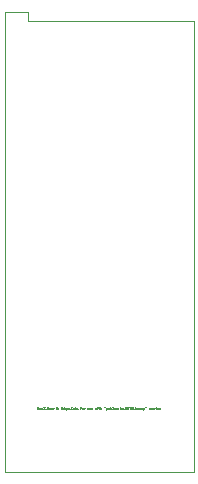
<source format=gbr>
G04 #@! TF.GenerationSoftware,KiCad,Pcbnew,5.1.4-e60b266~84~ubuntu19.04.1*
G04 #@! TF.CreationDate,2019-11-07T13:34:40-05:00*
G04 #@! TF.ProjectId,pcb2molex8878_bump,70636232-6d6f-46c6-9578-383837385f62,rev?*
G04 #@! TF.SameCoordinates,Original*
G04 #@! TF.FileFunction,Other,ECO2*
%FSLAX46Y46*%
G04 Gerber Fmt 4.6, Leading zero omitted, Abs format (unit mm)*
G04 Created by KiCad (PCBNEW 5.1.4-e60b266~84~ubuntu19.04.1) date 2019-11-07 13:34:40*
%MOMM*%
%LPD*%
G04 APERTURE LIST*
%ADD10C,0.010000*%
G04 APERTURE END LIST*
D10*
X141218400Y-80087000D02*
X155218400Y-80087000D01*
X139218400Y-79287000D02*
X139218400Y-118287000D01*
X141218400Y-79287000D02*
X141218400Y-80087000D01*
X139218400Y-79287000D02*
X141218400Y-79287000D01*
X155218400Y-118287000D02*
X155218400Y-80087000D01*
X155218400Y-118287000D02*
X139218400Y-118287000D01*
X141949352Y-112822714D02*
X142016019Y-112822714D01*
X142044590Y-112927476D02*
X141949352Y-112927476D01*
X141949352Y-112727476D01*
X142044590Y-112727476D01*
X142216019Y-112917952D02*
X142196971Y-112927476D01*
X142158876Y-112927476D01*
X142139828Y-112917952D01*
X142130304Y-112908428D01*
X142120780Y-112889380D01*
X142120780Y-112832238D01*
X142130304Y-112813190D01*
X142139828Y-112803666D01*
X142158876Y-112794142D01*
X142196971Y-112794142D01*
X142216019Y-112803666D01*
X142330304Y-112927476D02*
X142311257Y-112917952D01*
X142301733Y-112908428D01*
X142292209Y-112889380D01*
X142292209Y-112832238D01*
X142301733Y-112813190D01*
X142311257Y-112803666D01*
X142330304Y-112794142D01*
X142358876Y-112794142D01*
X142377923Y-112803666D01*
X142387447Y-112813190D01*
X142396971Y-112832238D01*
X142396971Y-112889380D01*
X142387447Y-112908428D01*
X142377923Y-112917952D01*
X142358876Y-112927476D01*
X142330304Y-112927476D01*
X142473161Y-112746523D02*
X142482685Y-112737000D01*
X142501733Y-112727476D01*
X142549352Y-112727476D01*
X142568400Y-112737000D01*
X142577923Y-112746523D01*
X142587447Y-112765571D01*
X142587447Y-112784619D01*
X142577923Y-112813190D01*
X142463638Y-112927476D01*
X142587447Y-112927476D01*
X142673161Y-112908428D02*
X142682685Y-112917952D01*
X142673161Y-112927476D01*
X142663638Y-112917952D01*
X142673161Y-112908428D01*
X142673161Y-112927476D01*
X142768400Y-112727476D02*
X142768400Y-112889380D01*
X142777923Y-112908428D01*
X142787447Y-112917952D01*
X142806495Y-112927476D01*
X142844590Y-112927476D01*
X142863638Y-112917952D01*
X142873161Y-112908428D01*
X142882685Y-112889380D01*
X142882685Y-112727476D01*
X142968400Y-112917952D02*
X142987447Y-112927476D01*
X143025542Y-112927476D01*
X143044590Y-112917952D01*
X143054114Y-112898904D01*
X143054114Y-112889380D01*
X143044590Y-112870333D01*
X143025542Y-112860809D01*
X142996971Y-112860809D01*
X142977923Y-112851285D01*
X142968400Y-112832238D01*
X142968400Y-112822714D01*
X142977923Y-112803666D01*
X142996971Y-112794142D01*
X143025542Y-112794142D01*
X143044590Y-112803666D01*
X143216019Y-112917952D02*
X143196971Y-112927476D01*
X143158876Y-112927476D01*
X143139828Y-112917952D01*
X143130304Y-112898904D01*
X143130304Y-112822714D01*
X143139828Y-112803666D01*
X143158876Y-112794142D01*
X143196971Y-112794142D01*
X143216019Y-112803666D01*
X143225542Y-112822714D01*
X143225542Y-112841761D01*
X143130304Y-112860809D01*
X143311257Y-112927476D02*
X143311257Y-112794142D01*
X143311257Y-112832238D02*
X143320780Y-112813190D01*
X143330304Y-112803666D01*
X143349352Y-112794142D01*
X143368400Y-112794142D01*
X143587447Y-112927476D02*
X143587447Y-112794142D01*
X143587447Y-112727476D02*
X143577923Y-112737000D01*
X143587447Y-112746523D01*
X143596971Y-112737000D01*
X143587447Y-112727476D01*
X143587447Y-112746523D01*
X143673161Y-112917952D02*
X143692209Y-112927476D01*
X143730304Y-112927476D01*
X143749352Y-112917952D01*
X143758876Y-112898904D01*
X143758876Y-112889380D01*
X143749352Y-112870333D01*
X143730304Y-112860809D01*
X143701733Y-112860809D01*
X143682685Y-112851285D01*
X143673161Y-112832238D01*
X143673161Y-112822714D01*
X143682685Y-112803666D01*
X143701733Y-112794142D01*
X143730304Y-112794142D01*
X143749352Y-112803666D01*
X143996971Y-112822714D02*
X144063638Y-112822714D01*
X144092209Y-112927476D02*
X143996971Y-112927476D01*
X143996971Y-112727476D01*
X144092209Y-112727476D01*
X144263638Y-112927476D02*
X144263638Y-112727476D01*
X144263638Y-112917952D02*
X144244590Y-112927476D01*
X144206495Y-112927476D01*
X144187447Y-112917952D01*
X144177923Y-112908428D01*
X144168400Y-112889380D01*
X144168400Y-112832238D01*
X144177923Y-112813190D01*
X144187447Y-112803666D01*
X144206495Y-112794142D01*
X144244590Y-112794142D01*
X144263638Y-112803666D01*
X144444590Y-112794142D02*
X144444590Y-112956047D01*
X144435066Y-112975095D01*
X144425542Y-112984619D01*
X144406495Y-112994142D01*
X144377923Y-112994142D01*
X144358876Y-112984619D01*
X144444590Y-112917952D02*
X144425542Y-112927476D01*
X144387447Y-112927476D01*
X144368400Y-112917952D01*
X144358876Y-112908428D01*
X144349352Y-112889380D01*
X144349352Y-112832238D01*
X144358876Y-112813190D01*
X144368400Y-112803666D01*
X144387447Y-112794142D01*
X144425542Y-112794142D01*
X144444590Y-112803666D01*
X144616019Y-112917952D02*
X144596971Y-112927476D01*
X144558876Y-112927476D01*
X144539828Y-112917952D01*
X144530304Y-112898904D01*
X144530304Y-112822714D01*
X144539828Y-112803666D01*
X144558876Y-112794142D01*
X144596971Y-112794142D01*
X144616019Y-112803666D01*
X144625542Y-112822714D01*
X144625542Y-112841761D01*
X144530304Y-112860809D01*
X144711257Y-112908428D02*
X144720780Y-112917952D01*
X144711257Y-112927476D01*
X144701733Y-112917952D01*
X144711257Y-112908428D01*
X144711257Y-112927476D01*
X144920780Y-112908428D02*
X144911257Y-112917952D01*
X144882685Y-112927476D01*
X144863638Y-112927476D01*
X144835066Y-112917952D01*
X144816019Y-112898904D01*
X144806495Y-112879857D01*
X144796971Y-112841761D01*
X144796971Y-112813190D01*
X144806495Y-112775095D01*
X144816019Y-112756047D01*
X144835066Y-112737000D01*
X144863638Y-112727476D01*
X144882685Y-112727476D01*
X144911257Y-112737000D01*
X144920780Y-112746523D01*
X145092209Y-112794142D02*
X145092209Y-112927476D01*
X145006495Y-112794142D02*
X145006495Y-112898904D01*
X145016019Y-112917952D01*
X145035066Y-112927476D01*
X145063638Y-112927476D01*
X145082685Y-112917952D01*
X145092209Y-112908428D01*
X145158876Y-112794142D02*
X145235066Y-112794142D01*
X145187447Y-112727476D02*
X145187447Y-112898904D01*
X145196971Y-112917952D01*
X145216019Y-112927476D01*
X145235066Y-112927476D01*
X145292209Y-112917952D02*
X145311257Y-112927476D01*
X145349352Y-112927476D01*
X145368400Y-112917952D01*
X145377923Y-112898904D01*
X145377923Y-112889380D01*
X145368400Y-112870333D01*
X145349352Y-112860809D01*
X145320780Y-112860809D01*
X145301733Y-112851285D01*
X145292209Y-112832238D01*
X145292209Y-112822714D01*
X145301733Y-112803666D01*
X145320780Y-112794142D01*
X145349352Y-112794142D01*
X145368400Y-112803666D01*
X145587447Y-112794142D02*
X145663638Y-112794142D01*
X145616019Y-112927476D02*
X145616019Y-112756047D01*
X145625542Y-112737000D01*
X145644590Y-112727476D01*
X145663638Y-112727476D01*
X145758876Y-112927476D02*
X145739828Y-112917952D01*
X145730304Y-112908428D01*
X145720780Y-112889380D01*
X145720780Y-112832238D01*
X145730304Y-112813190D01*
X145739828Y-112803666D01*
X145758876Y-112794142D01*
X145787447Y-112794142D01*
X145806495Y-112803666D01*
X145816019Y-112813190D01*
X145825542Y-112832238D01*
X145825542Y-112889380D01*
X145816019Y-112908428D01*
X145806495Y-112917952D01*
X145787447Y-112927476D01*
X145758876Y-112927476D01*
X145911257Y-112927476D02*
X145911257Y-112794142D01*
X145911257Y-112832238D02*
X145920780Y-112813190D01*
X145930304Y-112803666D01*
X145949352Y-112794142D01*
X145968400Y-112794142D01*
X146273161Y-112794142D02*
X146273161Y-112927476D01*
X146187447Y-112794142D02*
X146187447Y-112898904D01*
X146196971Y-112917952D01*
X146216019Y-112927476D01*
X146244590Y-112927476D01*
X146263638Y-112917952D01*
X146273161Y-112908428D01*
X146358876Y-112917952D02*
X146377923Y-112927476D01*
X146416019Y-112927476D01*
X146435066Y-112917952D01*
X146444590Y-112898904D01*
X146444590Y-112889380D01*
X146435066Y-112870333D01*
X146416019Y-112860809D01*
X146387447Y-112860809D01*
X146368400Y-112851285D01*
X146358876Y-112832238D01*
X146358876Y-112822714D01*
X146368400Y-112803666D01*
X146387447Y-112794142D01*
X146416019Y-112794142D01*
X146435066Y-112803666D01*
X146606495Y-112917952D02*
X146587447Y-112927476D01*
X146549352Y-112927476D01*
X146530304Y-112917952D01*
X146520780Y-112898904D01*
X146520780Y-112822714D01*
X146530304Y-112803666D01*
X146549352Y-112794142D01*
X146587447Y-112794142D01*
X146606495Y-112803666D01*
X146616019Y-112822714D01*
X146616019Y-112841761D01*
X146520780Y-112860809D01*
X146835066Y-112794142D02*
X146873161Y-112927476D01*
X146911257Y-112832238D01*
X146949352Y-112927476D01*
X146987447Y-112794142D01*
X147063638Y-112927476D02*
X147063638Y-112794142D01*
X147063638Y-112727476D02*
X147054114Y-112737000D01*
X147063638Y-112746523D01*
X147073161Y-112737000D01*
X147063638Y-112727476D01*
X147063638Y-112746523D01*
X147130304Y-112794142D02*
X147206495Y-112794142D01*
X147158876Y-112727476D02*
X147158876Y-112898904D01*
X147168400Y-112917952D01*
X147187447Y-112927476D01*
X147206495Y-112927476D01*
X147273161Y-112927476D02*
X147273161Y-112727476D01*
X147358876Y-112927476D02*
X147358876Y-112822714D01*
X147349352Y-112803666D01*
X147330304Y-112794142D01*
X147301733Y-112794142D01*
X147282685Y-112803666D01*
X147273161Y-112813190D01*
X147596971Y-112727476D02*
X147596971Y-112765571D01*
X147673161Y-112727476D02*
X147673161Y-112765571D01*
X147758876Y-112794142D02*
X147758876Y-112994142D01*
X147758876Y-112803666D02*
X147777923Y-112794142D01*
X147816019Y-112794142D01*
X147835066Y-112803666D01*
X147844590Y-112813190D01*
X147854114Y-112832238D01*
X147854114Y-112889380D01*
X147844590Y-112908428D01*
X147835066Y-112917952D01*
X147816019Y-112927476D01*
X147777923Y-112927476D01*
X147758876Y-112917952D01*
X148025542Y-112917952D02*
X148006495Y-112927476D01*
X147968400Y-112927476D01*
X147949352Y-112917952D01*
X147939828Y-112908428D01*
X147930304Y-112889380D01*
X147930304Y-112832238D01*
X147939828Y-112813190D01*
X147949352Y-112803666D01*
X147968400Y-112794142D01*
X148006495Y-112794142D01*
X148025542Y-112803666D01*
X148111257Y-112927476D02*
X148111257Y-112727476D01*
X148111257Y-112803666D02*
X148130304Y-112794142D01*
X148168400Y-112794142D01*
X148187447Y-112803666D01*
X148196971Y-112813190D01*
X148206495Y-112832238D01*
X148206495Y-112889380D01*
X148196971Y-112908428D01*
X148187447Y-112917952D01*
X148168400Y-112927476D01*
X148130304Y-112927476D01*
X148111257Y-112917952D01*
X148282685Y-112746523D02*
X148292209Y-112737000D01*
X148311257Y-112727476D01*
X148358876Y-112727476D01*
X148377923Y-112737000D01*
X148387447Y-112746523D01*
X148396971Y-112765571D01*
X148396971Y-112784619D01*
X148387447Y-112813190D01*
X148273161Y-112927476D01*
X148396971Y-112927476D01*
X148482685Y-112927476D02*
X148482685Y-112794142D01*
X148482685Y-112813190D02*
X148492209Y-112803666D01*
X148511257Y-112794142D01*
X148539828Y-112794142D01*
X148558876Y-112803666D01*
X148568400Y-112822714D01*
X148568400Y-112927476D01*
X148568400Y-112822714D02*
X148577923Y-112803666D01*
X148596971Y-112794142D01*
X148625542Y-112794142D01*
X148644590Y-112803666D01*
X148654114Y-112822714D01*
X148654114Y-112927476D01*
X148777923Y-112927476D02*
X148758876Y-112917952D01*
X148749352Y-112908428D01*
X148739828Y-112889380D01*
X148739828Y-112832238D01*
X148749352Y-112813190D01*
X148758876Y-112803666D01*
X148777923Y-112794142D01*
X148806495Y-112794142D01*
X148825542Y-112803666D01*
X148835066Y-112813190D01*
X148844590Y-112832238D01*
X148844590Y-112889380D01*
X148835066Y-112908428D01*
X148825542Y-112917952D01*
X148806495Y-112927476D01*
X148777923Y-112927476D01*
X148958876Y-112927476D02*
X148939828Y-112917952D01*
X148930304Y-112898904D01*
X148930304Y-112727476D01*
X149111257Y-112917952D02*
X149092209Y-112927476D01*
X149054114Y-112927476D01*
X149035066Y-112917952D01*
X149025542Y-112898904D01*
X149025542Y-112822714D01*
X149035066Y-112803666D01*
X149054114Y-112794142D01*
X149092209Y-112794142D01*
X149111257Y-112803666D01*
X149120780Y-112822714D01*
X149120780Y-112841761D01*
X149025542Y-112860809D01*
X149187447Y-112927476D02*
X149292209Y-112794142D01*
X149187447Y-112794142D02*
X149292209Y-112927476D01*
X149396971Y-112813190D02*
X149377923Y-112803666D01*
X149368400Y-112794142D01*
X149358876Y-112775095D01*
X149358876Y-112765571D01*
X149368400Y-112746523D01*
X149377923Y-112737000D01*
X149396971Y-112727476D01*
X149435066Y-112727476D01*
X149454114Y-112737000D01*
X149463638Y-112746523D01*
X149473161Y-112765571D01*
X149473161Y-112775095D01*
X149463638Y-112794142D01*
X149454114Y-112803666D01*
X149435066Y-112813190D01*
X149396971Y-112813190D01*
X149377923Y-112822714D01*
X149368400Y-112832238D01*
X149358876Y-112851285D01*
X149358876Y-112889380D01*
X149368400Y-112908428D01*
X149377923Y-112917952D01*
X149396971Y-112927476D01*
X149435066Y-112927476D01*
X149454114Y-112917952D01*
X149463638Y-112908428D01*
X149473161Y-112889380D01*
X149473161Y-112851285D01*
X149463638Y-112832238D01*
X149454114Y-112822714D01*
X149435066Y-112813190D01*
X149587447Y-112813190D02*
X149568400Y-112803666D01*
X149558876Y-112794142D01*
X149549352Y-112775095D01*
X149549352Y-112765571D01*
X149558876Y-112746523D01*
X149568400Y-112737000D01*
X149587447Y-112727476D01*
X149625542Y-112727476D01*
X149644590Y-112737000D01*
X149654114Y-112746523D01*
X149663638Y-112765571D01*
X149663638Y-112775095D01*
X149654114Y-112794142D01*
X149644590Y-112803666D01*
X149625542Y-112813190D01*
X149587447Y-112813190D01*
X149568400Y-112822714D01*
X149558876Y-112832238D01*
X149549352Y-112851285D01*
X149549352Y-112889380D01*
X149558876Y-112908428D01*
X149568400Y-112917952D01*
X149587447Y-112927476D01*
X149625542Y-112927476D01*
X149644590Y-112917952D01*
X149654114Y-112908428D01*
X149663638Y-112889380D01*
X149663638Y-112851285D01*
X149654114Y-112832238D01*
X149644590Y-112822714D01*
X149625542Y-112813190D01*
X149730304Y-112727476D02*
X149863638Y-112727476D01*
X149777923Y-112927476D01*
X149968400Y-112813190D02*
X149949352Y-112803666D01*
X149939828Y-112794142D01*
X149930304Y-112775095D01*
X149930304Y-112765571D01*
X149939828Y-112746523D01*
X149949352Y-112737000D01*
X149968400Y-112727476D01*
X150006495Y-112727476D01*
X150025542Y-112737000D01*
X150035066Y-112746523D01*
X150044590Y-112765571D01*
X150044590Y-112775095D01*
X150035066Y-112794142D01*
X150025542Y-112803666D01*
X150006495Y-112813190D01*
X149968400Y-112813190D01*
X149949352Y-112822714D01*
X149939828Y-112832238D01*
X149930304Y-112851285D01*
X149930304Y-112889380D01*
X149939828Y-112908428D01*
X149949352Y-112917952D01*
X149968400Y-112927476D01*
X150006495Y-112927476D01*
X150025542Y-112917952D01*
X150035066Y-112908428D01*
X150044590Y-112889380D01*
X150044590Y-112851285D01*
X150035066Y-112832238D01*
X150025542Y-112822714D01*
X150006495Y-112813190D01*
X150082685Y-112946523D02*
X150235066Y-112946523D01*
X150282685Y-112927476D02*
X150282685Y-112727476D01*
X150282685Y-112803666D02*
X150301733Y-112794142D01*
X150339828Y-112794142D01*
X150358876Y-112803666D01*
X150368400Y-112813190D01*
X150377923Y-112832238D01*
X150377923Y-112889380D01*
X150368400Y-112908428D01*
X150358876Y-112917952D01*
X150339828Y-112927476D01*
X150301733Y-112927476D01*
X150282685Y-112917952D01*
X150549352Y-112794142D02*
X150549352Y-112927476D01*
X150463638Y-112794142D02*
X150463638Y-112898904D01*
X150473161Y-112917952D01*
X150492209Y-112927476D01*
X150520780Y-112927476D01*
X150539828Y-112917952D01*
X150549352Y-112908428D01*
X150644590Y-112927476D02*
X150644590Y-112794142D01*
X150644590Y-112813190D02*
X150654114Y-112803666D01*
X150673161Y-112794142D01*
X150701733Y-112794142D01*
X150720780Y-112803666D01*
X150730304Y-112822714D01*
X150730304Y-112927476D01*
X150730304Y-112822714D02*
X150739828Y-112803666D01*
X150758876Y-112794142D01*
X150787447Y-112794142D01*
X150806495Y-112803666D01*
X150816019Y-112822714D01*
X150816019Y-112927476D01*
X150911257Y-112794142D02*
X150911257Y-112994142D01*
X150911257Y-112803666D02*
X150930304Y-112794142D01*
X150968400Y-112794142D01*
X150987447Y-112803666D01*
X150996971Y-112813190D01*
X151006495Y-112832238D01*
X151006495Y-112889380D01*
X150996971Y-112908428D01*
X150987447Y-112917952D01*
X150968400Y-112927476D01*
X150930304Y-112927476D01*
X150911257Y-112917952D01*
X151082685Y-112727476D02*
X151082685Y-112765571D01*
X151158876Y-112727476D02*
X151158876Y-112765571D01*
X151482685Y-112917952D02*
X151463638Y-112927476D01*
X151425542Y-112927476D01*
X151406495Y-112917952D01*
X151396971Y-112908428D01*
X151387447Y-112889380D01*
X151387447Y-112832238D01*
X151396971Y-112813190D01*
X151406495Y-112803666D01*
X151425542Y-112794142D01*
X151463638Y-112794142D01*
X151482685Y-112803666D01*
X151654114Y-112927476D02*
X151654114Y-112822714D01*
X151644590Y-112803666D01*
X151625542Y-112794142D01*
X151587447Y-112794142D01*
X151568400Y-112803666D01*
X151654114Y-112917952D02*
X151635066Y-112927476D01*
X151587447Y-112927476D01*
X151568400Y-112917952D01*
X151558876Y-112898904D01*
X151558876Y-112879857D01*
X151568400Y-112860809D01*
X151587447Y-112851285D01*
X151635066Y-112851285D01*
X151654114Y-112841761D01*
X151749352Y-112927476D02*
X151749352Y-112794142D01*
X151749352Y-112832238D02*
X151758876Y-112813190D01*
X151768400Y-112803666D01*
X151787447Y-112794142D01*
X151806495Y-112794142D01*
X151873161Y-112927476D02*
X151873161Y-112794142D01*
X151873161Y-112832238D02*
X151882685Y-112813190D01*
X151892209Y-112803666D01*
X151911257Y-112794142D01*
X151930304Y-112794142D01*
X151996971Y-112927476D02*
X151996971Y-112794142D01*
X151996971Y-112727476D02*
X151987447Y-112737000D01*
X151996971Y-112746523D01*
X152006495Y-112737000D01*
X151996971Y-112727476D01*
X151996971Y-112746523D01*
X152168400Y-112917952D02*
X152149352Y-112927476D01*
X152111257Y-112927476D01*
X152092209Y-112917952D01*
X152082685Y-112898904D01*
X152082685Y-112822714D01*
X152092209Y-112803666D01*
X152111257Y-112794142D01*
X152149352Y-112794142D01*
X152168400Y-112803666D01*
X152177923Y-112822714D01*
X152177923Y-112841761D01*
X152082685Y-112860809D01*
X152263638Y-112927476D02*
X152263638Y-112794142D01*
X152263638Y-112832238D02*
X152273161Y-112813190D01*
X152282685Y-112803666D01*
X152301733Y-112794142D01*
X152320780Y-112794142D01*
X152387447Y-112908428D02*
X152396971Y-112917952D01*
X152387447Y-112927476D01*
X152377923Y-112917952D01*
X152387447Y-112908428D01*
X152387447Y-112927476D01*
M02*

</source>
